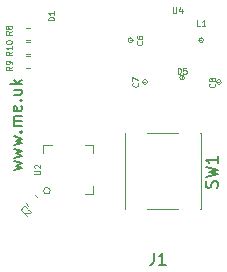
<source format=gbr>
%TF.GenerationSoftware,KiCad,Pcbnew,(5.1.9-0-10_14)*%
%TF.CreationDate,2021-11-06T12:06:33+00:00*%
%TF.ProjectId,USBA,55534241-2e6b-4696-9361-645f70636258,1*%
%TF.SameCoordinates,Original*%
%TF.FileFunction,Legend,Top*%
%TF.FilePolarity,Positive*%
%FSLAX46Y46*%
G04 Gerber Fmt 4.6, Leading zero omitted, Abs format (unit mm)*
G04 Created by KiCad (PCBNEW (5.1.9-0-10_14)) date 2021-11-06 12:06:33*
%MOMM*%
%LPD*%
G01*
G04 APERTURE LIST*
%ADD10C,0.150000*%
%ADD11C,0.120000*%
%ADD12C,0.100000*%
%ADD13C,0.080000*%
G04 APERTURE END LIST*
D10*
X112885714Y-113157142D02*
X113552380Y-112966666D01*
X113076190Y-112776190D01*
X113552380Y-112585714D01*
X112885714Y-112395238D01*
X112885714Y-112109523D02*
X113552380Y-111919047D01*
X113076190Y-111728571D01*
X113552380Y-111538095D01*
X112885714Y-111347619D01*
X112885714Y-111061904D02*
X113552380Y-110871428D01*
X113076190Y-110680952D01*
X113552380Y-110490476D01*
X112885714Y-110300000D01*
X113457142Y-109919047D02*
X113504761Y-109871428D01*
X113552380Y-109919047D01*
X113504761Y-109966666D01*
X113457142Y-109919047D01*
X113552380Y-109919047D01*
X113552380Y-109442857D02*
X112885714Y-109442857D01*
X112980952Y-109442857D02*
X112933333Y-109395238D01*
X112885714Y-109300000D01*
X112885714Y-109157142D01*
X112933333Y-109061904D01*
X113028571Y-109014285D01*
X113552380Y-109014285D01*
X113028571Y-109014285D02*
X112933333Y-108966666D01*
X112885714Y-108871428D01*
X112885714Y-108728571D01*
X112933333Y-108633333D01*
X113028571Y-108585714D01*
X113552380Y-108585714D01*
X113504761Y-107728571D02*
X113552380Y-107823809D01*
X113552380Y-108014285D01*
X113504761Y-108109523D01*
X113409523Y-108157142D01*
X113028571Y-108157142D01*
X112933333Y-108109523D01*
X112885714Y-108014285D01*
X112885714Y-107823809D01*
X112933333Y-107728571D01*
X113028571Y-107680952D01*
X113123809Y-107680952D01*
X113219047Y-108157142D01*
X113457142Y-107252380D02*
X113504761Y-107204761D01*
X113552380Y-107252380D01*
X113504761Y-107300000D01*
X113457142Y-107252380D01*
X113552380Y-107252380D01*
X112885714Y-106347619D02*
X113552380Y-106347619D01*
X112885714Y-106776190D02*
X113409523Y-106776190D01*
X113504761Y-106728571D01*
X113552380Y-106633333D01*
X113552380Y-106490476D01*
X113504761Y-106395238D01*
X113457142Y-106347619D01*
X113552380Y-105871428D02*
X112552380Y-105871428D01*
X113171428Y-105776190D02*
X113552380Y-105490476D01*
X112885714Y-105490476D02*
X113266666Y-105871428D01*
D11*
%TO.C,SW1*%
X128730000Y-116480000D02*
X128730000Y-110020000D01*
X124200000Y-116480000D02*
X126800000Y-116480000D01*
X122270000Y-116480000D02*
X122270000Y-110020000D01*
X124200000Y-110020000D02*
X126800000Y-110020000D01*
X122300000Y-116480000D02*
X122270000Y-116480000D01*
X128730000Y-116480000D02*
X128700000Y-116480000D01*
X128730000Y-110020000D02*
X128700000Y-110020000D01*
X122270000Y-110020000D02*
X122300000Y-110020000D01*
%TO.C,U4*%
X124060000Y-105700000D02*
G75*
G03*
X124060000Y-105700000I-50000J0D01*
G01*
X130310000Y-105700000D02*
G75*
G03*
X130310000Y-105700000I-50000J0D01*
G01*
X127190000Y-105320000D02*
G75*
G03*
X127190000Y-105320000I-50000J0D01*
G01*
X122810000Y-102150000D02*
G75*
G03*
X122810000Y-102150000I-50000J0D01*
G01*
X128810000Y-102150000D02*
G75*
G03*
X128810000Y-102150000I-50000J0D01*
G01*
%TO.C,L1*%
X128760000Y-102150000D02*
X128560000Y-102150000D01*
X128960000Y-102150000D02*
G75*
G03*
X128960000Y-102150000I-200000J0D01*
G01*
%TO.C,D5*%
X127140000Y-105320000D02*
X127140000Y-105120000D01*
X127340000Y-105320000D02*
G75*
G03*
X127340000Y-105320000I-200000J0D01*
G01*
%TO.C,C8*%
X130260000Y-105700000D02*
X130060000Y-105700000D01*
X130460000Y-105700000D02*
G75*
G03*
X130460000Y-105700000I-200000J0D01*
G01*
%TO.C,C7*%
X124010000Y-105700000D02*
X123810000Y-105700000D01*
X124210000Y-105700000D02*
G75*
G03*
X124210000Y-105700000I-200000J0D01*
G01*
%TO.C,C6*%
X122760000Y-102150000D02*
X122960000Y-102150000D01*
X122960000Y-102150000D02*
G75*
G03*
X122960000Y-102150000I-200000J0D01*
G01*
%TO.C,R9*%
X113959420Y-103490000D02*
X114240580Y-103490000D01*
X113959420Y-104510000D02*
X114240580Y-104510000D01*
%TO.C,R8*%
X113959420Y-101090000D02*
X114240580Y-101090000D01*
X113959420Y-102110000D02*
X114240580Y-102110000D01*
%TO.C,U2*%
X115390000Y-111715000D02*
X115390000Y-110990000D01*
X115390000Y-110990000D02*
X116115000Y-110990000D01*
X119610000Y-114485000D02*
X119610000Y-115210000D01*
X119610000Y-115210000D02*
X118885000Y-115210000D01*
X119610000Y-111715000D02*
X119610000Y-110990000D01*
X119610000Y-110990000D02*
X118885000Y-110990000D01*
X115982843Y-114900000D02*
G75*
G03*
X115982843Y-114900000I-282843J0D01*
G01*
%TO.C,C2*%
X114661219Y-115239970D02*
X114860030Y-115438781D01*
X113939970Y-115961219D02*
X114138781Y-116160030D01*
%TO.C,R10*%
X113959420Y-102290000D02*
X114240580Y-102290000D01*
X113959420Y-103310000D02*
X114240580Y-103310000D01*
%TO.C,SW1*%
D10*
X130104761Y-114633333D02*
X130152380Y-114490476D01*
X130152380Y-114252380D01*
X130104761Y-114157142D01*
X130057142Y-114109523D01*
X129961904Y-114061904D01*
X129866666Y-114061904D01*
X129771428Y-114109523D01*
X129723809Y-114157142D01*
X129676190Y-114252380D01*
X129628571Y-114442857D01*
X129580952Y-114538095D01*
X129533333Y-114585714D01*
X129438095Y-114633333D01*
X129342857Y-114633333D01*
X129247619Y-114585714D01*
X129200000Y-114538095D01*
X129152380Y-114442857D01*
X129152380Y-114204761D01*
X129200000Y-114061904D01*
X129152380Y-113728571D02*
X130152380Y-113490476D01*
X129438095Y-113300000D01*
X130152380Y-113109523D01*
X129152380Y-112871428D01*
X130152380Y-111966666D02*
X130152380Y-112538095D01*
X130152380Y-112252380D02*
X129152380Y-112252380D01*
X129295238Y-112347619D01*
X129390476Y-112442857D01*
X129438095Y-112538095D01*
%TO.C,J1*%
X124766666Y-120152380D02*
X124766666Y-120866666D01*
X124719047Y-121009523D01*
X124623809Y-121104761D01*
X124480952Y-121152380D01*
X124385714Y-121152380D01*
X125766666Y-121152380D02*
X125195238Y-121152380D01*
X125480952Y-121152380D02*
X125480952Y-120152380D01*
X125385714Y-120295238D01*
X125290476Y-120390476D01*
X125195238Y-120438095D01*
%TO.C,U4*%
D12*
X126379047Y-99376190D02*
X126379047Y-99780952D01*
X126402857Y-99828571D01*
X126426666Y-99852380D01*
X126474285Y-99876190D01*
X126569523Y-99876190D01*
X126617142Y-99852380D01*
X126640952Y-99828571D01*
X126664761Y-99780952D01*
X126664761Y-99376190D01*
X127117142Y-99542857D02*
X127117142Y-99876190D01*
X126998095Y-99352380D02*
X126879047Y-99709523D01*
X127188571Y-99709523D01*
%TO.C,L1*%
D13*
X128676666Y-100966190D02*
X128438571Y-100966190D01*
X128438571Y-100466190D01*
X129105238Y-100966190D02*
X128819523Y-100966190D01*
X128962380Y-100966190D02*
X128962380Y-100466190D01*
X128914761Y-100537619D01*
X128867142Y-100585238D01*
X128819523Y-100609047D01*
%TO.C,D5*%
X126760952Y-104996190D02*
X126760952Y-104496190D01*
X126880000Y-104496190D01*
X126951428Y-104520000D01*
X126999047Y-104567619D01*
X127022857Y-104615238D01*
X127046666Y-104710476D01*
X127046666Y-104781904D01*
X127022857Y-104877142D01*
X126999047Y-104924761D01*
X126951428Y-104972380D01*
X126880000Y-104996190D01*
X126760952Y-104996190D01*
X127499047Y-104496190D02*
X127260952Y-104496190D01*
X127237142Y-104734285D01*
X127260952Y-104710476D01*
X127308571Y-104686666D01*
X127427619Y-104686666D01*
X127475238Y-104710476D01*
X127499047Y-104734285D01*
X127522857Y-104781904D01*
X127522857Y-104900952D01*
X127499047Y-104948571D01*
X127475238Y-104972380D01*
X127427619Y-104996190D01*
X127308571Y-104996190D01*
X127260952Y-104972380D01*
X127237142Y-104948571D01*
%TO.C,C8*%
X129888571Y-105823333D02*
X129912380Y-105847142D01*
X129936190Y-105918571D01*
X129936190Y-105966190D01*
X129912380Y-106037619D01*
X129864761Y-106085238D01*
X129817142Y-106109047D01*
X129721904Y-106132857D01*
X129650476Y-106132857D01*
X129555238Y-106109047D01*
X129507619Y-106085238D01*
X129460000Y-106037619D01*
X129436190Y-105966190D01*
X129436190Y-105918571D01*
X129460000Y-105847142D01*
X129483809Y-105823333D01*
X129650476Y-105537619D02*
X129626666Y-105585238D01*
X129602857Y-105609047D01*
X129555238Y-105632857D01*
X129531428Y-105632857D01*
X129483809Y-105609047D01*
X129460000Y-105585238D01*
X129436190Y-105537619D01*
X129436190Y-105442380D01*
X129460000Y-105394761D01*
X129483809Y-105370952D01*
X129531428Y-105347142D01*
X129555238Y-105347142D01*
X129602857Y-105370952D01*
X129626666Y-105394761D01*
X129650476Y-105442380D01*
X129650476Y-105537619D01*
X129674285Y-105585238D01*
X129698095Y-105609047D01*
X129745714Y-105632857D01*
X129840952Y-105632857D01*
X129888571Y-105609047D01*
X129912380Y-105585238D01*
X129936190Y-105537619D01*
X129936190Y-105442380D01*
X129912380Y-105394761D01*
X129888571Y-105370952D01*
X129840952Y-105347142D01*
X129745714Y-105347142D01*
X129698095Y-105370952D01*
X129674285Y-105394761D01*
X129650476Y-105442380D01*
%TO.C,C7*%
X123388571Y-105783333D02*
X123412380Y-105807142D01*
X123436190Y-105878571D01*
X123436190Y-105926190D01*
X123412380Y-105997619D01*
X123364761Y-106045238D01*
X123317142Y-106069047D01*
X123221904Y-106092857D01*
X123150476Y-106092857D01*
X123055238Y-106069047D01*
X123007619Y-106045238D01*
X122960000Y-105997619D01*
X122936190Y-105926190D01*
X122936190Y-105878571D01*
X122960000Y-105807142D01*
X122983809Y-105783333D01*
X122936190Y-105616666D02*
X122936190Y-105283333D01*
X123436190Y-105497619D01*
%TO.C,C6*%
X123738571Y-102233333D02*
X123762380Y-102257142D01*
X123786190Y-102328571D01*
X123786190Y-102376190D01*
X123762380Y-102447619D01*
X123714761Y-102495238D01*
X123667142Y-102519047D01*
X123571904Y-102542857D01*
X123500476Y-102542857D01*
X123405238Y-102519047D01*
X123357619Y-102495238D01*
X123310000Y-102447619D01*
X123286190Y-102376190D01*
X123286190Y-102328571D01*
X123310000Y-102257142D01*
X123333809Y-102233333D01*
X123286190Y-101804761D02*
X123286190Y-101900000D01*
X123310000Y-101947619D01*
X123333809Y-101971428D01*
X123405238Y-102019047D01*
X123500476Y-102042857D01*
X123690952Y-102042857D01*
X123738571Y-102019047D01*
X123762380Y-101995238D01*
X123786190Y-101947619D01*
X123786190Y-101852380D01*
X123762380Y-101804761D01*
X123738571Y-101780952D01*
X123690952Y-101757142D01*
X123571904Y-101757142D01*
X123524285Y-101780952D01*
X123500476Y-101804761D01*
X123476666Y-101852380D01*
X123476666Y-101947619D01*
X123500476Y-101995238D01*
X123524285Y-102019047D01*
X123571904Y-102042857D01*
%TO.C,D1*%
X116326190Y-100469047D02*
X115826190Y-100469047D01*
X115826190Y-100350000D01*
X115850000Y-100278571D01*
X115897619Y-100230952D01*
X115945238Y-100207142D01*
X116040476Y-100183333D01*
X116111904Y-100183333D01*
X116207142Y-100207142D01*
X116254761Y-100230952D01*
X116302380Y-100278571D01*
X116326190Y-100350000D01*
X116326190Y-100469047D01*
X116326190Y-99707142D02*
X116326190Y-99992857D01*
X116326190Y-99850000D02*
X115826190Y-99850000D01*
X115897619Y-99897619D01*
X115945238Y-99945238D01*
X115969047Y-99992857D01*
%TO.C,R9*%
X112726190Y-104383333D02*
X112488095Y-104550000D01*
X112726190Y-104669047D02*
X112226190Y-104669047D01*
X112226190Y-104478571D01*
X112250000Y-104430952D01*
X112273809Y-104407142D01*
X112321428Y-104383333D01*
X112392857Y-104383333D01*
X112440476Y-104407142D01*
X112464285Y-104430952D01*
X112488095Y-104478571D01*
X112488095Y-104669047D01*
X112726190Y-104145238D02*
X112726190Y-104050000D01*
X112702380Y-104002380D01*
X112678571Y-103978571D01*
X112607142Y-103930952D01*
X112511904Y-103907142D01*
X112321428Y-103907142D01*
X112273809Y-103930952D01*
X112250000Y-103954761D01*
X112226190Y-104002380D01*
X112226190Y-104097619D01*
X112250000Y-104145238D01*
X112273809Y-104169047D01*
X112321428Y-104192857D01*
X112440476Y-104192857D01*
X112488095Y-104169047D01*
X112511904Y-104145238D01*
X112535714Y-104097619D01*
X112535714Y-104002380D01*
X112511904Y-103954761D01*
X112488095Y-103930952D01*
X112440476Y-103907142D01*
%TO.C,R8*%
X112726190Y-101383333D02*
X112488095Y-101550000D01*
X112726190Y-101669047D02*
X112226190Y-101669047D01*
X112226190Y-101478571D01*
X112250000Y-101430952D01*
X112273809Y-101407142D01*
X112321428Y-101383333D01*
X112392857Y-101383333D01*
X112440476Y-101407142D01*
X112464285Y-101430952D01*
X112488095Y-101478571D01*
X112488095Y-101669047D01*
X112440476Y-101097619D02*
X112416666Y-101145238D01*
X112392857Y-101169047D01*
X112345238Y-101192857D01*
X112321428Y-101192857D01*
X112273809Y-101169047D01*
X112250000Y-101145238D01*
X112226190Y-101097619D01*
X112226190Y-101002380D01*
X112250000Y-100954761D01*
X112273809Y-100930952D01*
X112321428Y-100907142D01*
X112345238Y-100907142D01*
X112392857Y-100930952D01*
X112416666Y-100954761D01*
X112440476Y-101002380D01*
X112440476Y-101097619D01*
X112464285Y-101145238D01*
X112488095Y-101169047D01*
X112535714Y-101192857D01*
X112630952Y-101192857D01*
X112678571Y-101169047D01*
X112702380Y-101145238D01*
X112726190Y-101097619D01*
X112726190Y-101002380D01*
X112702380Y-100954761D01*
X112678571Y-100930952D01*
X112630952Y-100907142D01*
X112535714Y-100907142D01*
X112488095Y-100930952D01*
X112464285Y-100954761D01*
X112440476Y-101002380D01*
%TO.C,U2*%
X114626190Y-113480952D02*
X115030952Y-113480952D01*
X115078571Y-113457142D01*
X115102380Y-113433333D01*
X115126190Y-113385714D01*
X115126190Y-113290476D01*
X115102380Y-113242857D01*
X115078571Y-113219047D01*
X115030952Y-113195238D01*
X114626190Y-113195238D01*
X114673809Y-112980952D02*
X114650000Y-112957142D01*
X114626190Y-112909523D01*
X114626190Y-112790476D01*
X114650000Y-112742857D01*
X114673809Y-112719047D01*
X114721428Y-112695238D01*
X114769047Y-112695238D01*
X114840476Y-112719047D01*
X115126190Y-113004761D01*
X115126190Y-112695238D01*
%TO.C,C2*%
X113714806Y-116667343D02*
X113681134Y-116667343D01*
X113613791Y-116633671D01*
X113580119Y-116600000D01*
X113546447Y-116532656D01*
X113546447Y-116465312D01*
X113563283Y-116414805D01*
X113613791Y-116330625D01*
X113664298Y-116280118D01*
X113748478Y-116229610D01*
X113798985Y-116212774D01*
X113866329Y-116212774D01*
X113933672Y-116246446D01*
X113967344Y-116280118D01*
X114001016Y-116347461D01*
X114001016Y-116381133D01*
X114135703Y-116515820D02*
X114169375Y-116515820D01*
X114219882Y-116532656D01*
X114304062Y-116616835D01*
X114320897Y-116667343D01*
X114320897Y-116701015D01*
X114304062Y-116751522D01*
X114270390Y-116785194D01*
X114203046Y-116818866D01*
X113798985Y-116818866D01*
X114017852Y-117037732D01*
%TO.C,R10*%
X112726190Y-103121428D02*
X112488095Y-103288095D01*
X112726190Y-103407142D02*
X112226190Y-103407142D01*
X112226190Y-103216666D01*
X112250000Y-103169047D01*
X112273809Y-103145238D01*
X112321428Y-103121428D01*
X112392857Y-103121428D01*
X112440476Y-103145238D01*
X112464285Y-103169047D01*
X112488095Y-103216666D01*
X112488095Y-103407142D01*
X112726190Y-102645238D02*
X112726190Y-102930952D01*
X112726190Y-102788095D02*
X112226190Y-102788095D01*
X112297619Y-102835714D01*
X112345238Y-102883333D01*
X112369047Y-102930952D01*
X112226190Y-102335714D02*
X112226190Y-102288095D01*
X112250000Y-102240476D01*
X112273809Y-102216666D01*
X112321428Y-102192857D01*
X112416666Y-102169047D01*
X112535714Y-102169047D01*
X112630952Y-102192857D01*
X112678571Y-102216666D01*
X112702380Y-102240476D01*
X112726190Y-102288095D01*
X112726190Y-102335714D01*
X112702380Y-102383333D01*
X112678571Y-102407142D01*
X112630952Y-102430952D01*
X112535714Y-102454761D01*
X112416666Y-102454761D01*
X112321428Y-102430952D01*
X112273809Y-102407142D01*
X112250000Y-102383333D01*
X112226190Y-102335714D01*
%TD*%
M02*

</source>
